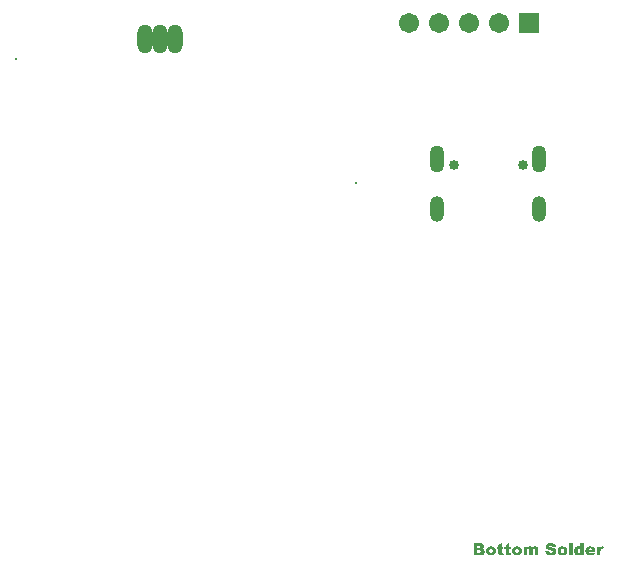
<source format=gbs>
G04*
G04 #@! TF.GenerationSoftware,Altium Limited,Altium Designer,24.3.1 (35)*
G04*
G04 Layer_Color=16711935*
%FSLAX44Y44*%
%MOMM*%
G71*
G04*
G04 #@! TF.SameCoordinates,098D5FB4-7C3B-420D-97F8-BA0D52642CD7*
G04*
G04*
G04 #@! TF.FilePolarity,Negative*
G04*
G01*
G75*
%ADD47C,0.8532*%
%ADD48O,1.2532X2.3032*%
%ADD49O,1.2032X2.2032*%
%ADD50R,1.7032X1.7032*%
%ADD51C,1.7032*%
%ADD52O,1.3112X2.4632*%
%ADD53C,0.2032*%
G36*
X496306Y-256997D02*
X496472Y-257011D01*
X496652Y-257025D01*
X496860Y-257039D01*
X497082Y-257080D01*
X497568Y-257164D01*
X498053Y-257288D01*
X498289Y-257372D01*
X498525Y-257469D01*
X498746Y-257593D01*
X498941Y-257718D01*
X498954Y-257732D01*
X498982Y-257746D01*
X499038Y-257801D01*
X499107Y-257857D01*
X499190Y-257926D01*
X499273Y-258023D01*
X499370Y-258148D01*
X499481Y-258273D01*
X499579Y-258426D01*
X499689Y-258592D01*
X499786Y-258786D01*
X499884Y-258994D01*
X499981Y-259216D01*
X500050Y-259452D01*
X500119Y-259715D01*
X500161Y-260007D01*
X497207Y-260173D01*
Y-260159D01*
Y-260145D01*
X497179Y-260062D01*
X497151Y-259937D01*
X497096Y-259799D01*
X497027Y-259632D01*
X496944Y-259466D01*
X496833Y-259313D01*
X496708Y-259188D01*
X496694Y-259174D01*
X496638Y-259133D01*
X496555Y-259091D01*
X496444Y-259022D01*
X496292Y-258966D01*
X496111Y-258925D01*
X495903Y-258883D01*
X495668Y-258869D01*
X495584D01*
X495487Y-258883D01*
X495363Y-258897D01*
X495224Y-258925D01*
X495099Y-258966D01*
X494960Y-259022D01*
X494849Y-259105D01*
X494836Y-259119D01*
X494808Y-259147D01*
X494766Y-259202D01*
X494725Y-259258D01*
X494669Y-259341D01*
X494627Y-259438D01*
X494600Y-259549D01*
X494586Y-259674D01*
Y-259688D01*
Y-259715D01*
X494600Y-259757D01*
X494614Y-259812D01*
X494641Y-259882D01*
X494683Y-259951D01*
X494738Y-260034D01*
X494808Y-260104D01*
X494822Y-260117D01*
X494849Y-260131D01*
X494919Y-260173D01*
X495016Y-260228D01*
X495154Y-260284D01*
X495335Y-260339D01*
X495570Y-260409D01*
X495695Y-260450D01*
X495848Y-260478D01*
X495876D01*
X495945Y-260492D01*
X496042Y-260520D01*
X496181Y-260547D01*
X496347Y-260589D01*
X496541Y-260644D01*
X496763Y-260700D01*
X496985Y-260755D01*
X497471Y-260894D01*
X497956Y-261047D01*
X498192Y-261130D01*
X498414Y-261213D01*
X498608Y-261296D01*
X498788Y-261380D01*
X498802D01*
X498830Y-261393D01*
X498871Y-261421D01*
X498927Y-261463D01*
X499093Y-261560D01*
X499287Y-261685D01*
X499495Y-261851D01*
X499703Y-262045D01*
X499911Y-262253D01*
X500078Y-262503D01*
Y-262517D01*
X500092Y-262531D01*
X500119Y-262572D01*
X500147Y-262614D01*
X500216Y-262752D01*
X500286Y-262933D01*
X500369Y-263155D01*
X500424Y-263404D01*
X500480Y-263682D01*
X500494Y-263987D01*
Y-264001D01*
Y-264028D01*
Y-264084D01*
X500480Y-264153D01*
Y-264236D01*
X500466Y-264347D01*
X500424Y-264583D01*
X500369Y-264860D01*
X500272Y-265166D01*
X500133Y-265471D01*
X499953Y-265790D01*
Y-265804D01*
X499925Y-265831D01*
X499897Y-265873D01*
X499856Y-265928D01*
X499731Y-266067D01*
X499565Y-266247D01*
X499343Y-266455D01*
X499093Y-266663D01*
X498788Y-266857D01*
X498441Y-267038D01*
X498427D01*
X498400Y-267052D01*
X498344Y-267079D01*
X498261Y-267107D01*
X498178Y-267135D01*
X498053Y-267163D01*
X497928Y-267204D01*
X497776Y-267246D01*
X497609Y-267288D01*
X497415Y-267315D01*
X497221Y-267357D01*
X496999Y-267384D01*
X496777Y-267412D01*
X496527Y-267440D01*
X496001Y-267454D01*
X495751D01*
X495584Y-267440D01*
X495376Y-267426D01*
X495127Y-267398D01*
X494863Y-267371D01*
X494586Y-267329D01*
X494295Y-267274D01*
X493989Y-267218D01*
X493698Y-267135D01*
X493407Y-267038D01*
X493130Y-266927D01*
X492866Y-266788D01*
X492630Y-266636D01*
X492422Y-266469D01*
X492408Y-266455D01*
X492381Y-266428D01*
X492325Y-266372D01*
X492270Y-266289D01*
X492187Y-266192D01*
X492103Y-266067D01*
X492006Y-265928D01*
X491909Y-265776D01*
X491812Y-265595D01*
X491715Y-265415D01*
X491632Y-265207D01*
X491535Y-264971D01*
X491465Y-264736D01*
X491396Y-264486D01*
X491341Y-264209D01*
X491313Y-263931D01*
X494295Y-263737D01*
Y-263751D01*
Y-263765D01*
X494309Y-263806D01*
Y-263862D01*
X494336Y-263987D01*
X494378Y-264153D01*
X494433Y-264333D01*
X494489Y-264514D01*
X494586Y-264694D01*
X494683Y-264847D01*
X494711Y-264874D01*
X494780Y-264944D01*
X494877Y-265041D01*
X495043Y-265152D01*
X495238Y-265263D01*
X495474Y-265360D01*
X495737Y-265429D01*
X495890Y-265443D01*
X496056Y-265457D01*
X496167D01*
X496292Y-265443D01*
X496430Y-265415D01*
X496597Y-265387D01*
X496777Y-265332D01*
X496930Y-265249D01*
X497082Y-265152D01*
X497096Y-265138D01*
X497138Y-265096D01*
X497207Y-265027D01*
X497276Y-264944D01*
X497332Y-264833D01*
X497401Y-264708D01*
X497443Y-264569D01*
X497457Y-264417D01*
Y-264403D01*
Y-264347D01*
X497443Y-264278D01*
X497415Y-264181D01*
X497373Y-264070D01*
X497304Y-263959D01*
X497221Y-263834D01*
X497110Y-263723D01*
X497096Y-263709D01*
X497041Y-263668D01*
X496930Y-263612D01*
X496860Y-263571D01*
X496777Y-263529D01*
X496680Y-263487D01*
X496569Y-263432D01*
X496430Y-263390D01*
X496292Y-263335D01*
X496125Y-263279D01*
X495931Y-263238D01*
X495723Y-263182D01*
X495501Y-263127D01*
X495474D01*
X495418Y-263099D01*
X495307Y-263085D01*
X495168Y-263044D01*
X495002Y-263002D01*
X494808Y-262947D01*
X494586Y-262877D01*
X494364Y-262808D01*
X493879Y-262628D01*
X493393Y-262420D01*
X493157Y-262309D01*
X492949Y-262184D01*
X492741Y-262045D01*
X492561Y-261907D01*
X492547Y-261893D01*
X492519Y-261865D01*
X492478Y-261823D01*
X492422Y-261768D01*
X492353Y-261698D01*
X492284Y-261601D01*
X492201Y-261490D01*
X492131Y-261380D01*
X492048Y-261241D01*
X491965Y-261088D01*
X491826Y-260755D01*
X491771Y-260575D01*
X491729Y-260381D01*
X491701Y-260173D01*
X491687Y-259951D01*
Y-259937D01*
Y-259909D01*
Y-259868D01*
X491701Y-259812D01*
X491715Y-259674D01*
X491743Y-259480D01*
X491798Y-259244D01*
X491881Y-259008D01*
X491979Y-258745D01*
X492131Y-258481D01*
Y-258467D01*
X492159Y-258453D01*
X492214Y-258370D01*
X492325Y-258245D01*
X492478Y-258079D01*
X492658Y-257912D01*
X492894Y-257732D01*
X493171Y-257552D01*
X493490Y-257385D01*
X493504D01*
X493532Y-257372D01*
X493587Y-257344D01*
X493657Y-257316D01*
X493754Y-257288D01*
X493865Y-257261D01*
X493989Y-257219D01*
X494142Y-257177D01*
X494309Y-257150D01*
X494503Y-257108D01*
X494711Y-257080D01*
X494933Y-257039D01*
X495168Y-257025D01*
X495432Y-256997D01*
X495695Y-256983D01*
X496167D01*
X496306Y-256997D01*
D02*
G37*
G36*
X523779Y-267288D02*
X521130D01*
Y-266220D01*
X521102Y-266234D01*
X521033Y-266317D01*
X520936Y-266441D01*
X520797Y-266580D01*
X520645Y-266733D01*
X520478Y-266885D01*
X520312Y-267024D01*
X520131Y-267135D01*
X520104Y-267149D01*
X520020Y-267190D01*
X519896Y-267232D01*
X519729Y-267288D01*
X519535Y-267357D01*
X519299Y-267398D01*
X519050Y-267440D01*
X518772Y-267454D01*
X518703D01*
X518634Y-267440D01*
X518523D01*
X518398Y-267412D01*
X518259Y-267398D01*
X518093Y-267357D01*
X517926Y-267315D01*
X517746Y-267246D01*
X517552Y-267176D01*
X517372Y-267079D01*
X517178Y-266968D01*
X516983Y-266844D01*
X516803Y-266691D01*
X516637Y-266511D01*
X516484Y-266317D01*
X516470Y-266303D01*
X516456Y-266261D01*
X516415Y-266206D01*
X516359Y-266109D01*
X516304Y-265998D01*
X516235Y-265873D01*
X516165Y-265720D01*
X516096Y-265540D01*
X516013Y-265346D01*
X515943Y-265138D01*
X515874Y-264916D01*
X515818Y-264666D01*
X515763Y-264417D01*
X515721Y-264139D01*
X515708Y-263848D01*
X515694Y-263557D01*
Y-263529D01*
Y-263474D01*
Y-263377D01*
X515708Y-263252D01*
X515721Y-263099D01*
X515735Y-262933D01*
X515763Y-262725D01*
X515804Y-262517D01*
X515902Y-262073D01*
X515985Y-261837D01*
X516068Y-261601D01*
X516165Y-261380D01*
X516276Y-261158D01*
X516415Y-260950D01*
X516567Y-260755D01*
X516581Y-260742D01*
X516609Y-260714D01*
X516651Y-260672D01*
X516720Y-260603D01*
X516817Y-260534D01*
X516914Y-260450D01*
X517039Y-260353D01*
X517178Y-260270D01*
X517330Y-260173D01*
X517496Y-260090D01*
X517677Y-260007D01*
X517871Y-259937D01*
X518079Y-259868D01*
X518301Y-259826D01*
X518537Y-259799D01*
X518786Y-259785D01*
X518897D01*
X519022Y-259799D01*
X519175Y-259812D01*
X519369Y-259840D01*
X519563Y-259882D01*
X519771Y-259937D01*
X519979Y-260007D01*
X520007Y-260020D01*
X520076Y-260048D01*
X520173Y-260104D01*
X520298Y-260173D01*
X520450Y-260270D01*
X520617Y-260381D01*
X520769Y-260520D01*
X520936Y-260672D01*
Y-257150D01*
X523779D01*
Y-267288D01*
D02*
G37*
G36*
X482923Y-259799D02*
X483020Y-259812D01*
X483131Y-259826D01*
X483408Y-259868D01*
X483699Y-259951D01*
X484004Y-260076D01*
X484157Y-260159D01*
X484309Y-260256D01*
X484448Y-260367D01*
X484573Y-260492D01*
X484587Y-260506D01*
X484601Y-260520D01*
X484628Y-260561D01*
X484684Y-260631D01*
X484725Y-260700D01*
X484781Y-260797D01*
X484850Y-260908D01*
X484906Y-261033D01*
X484975Y-261171D01*
X485031Y-261338D01*
X485086Y-261518D01*
X485141Y-261712D01*
X485183Y-261934D01*
X485211Y-262156D01*
X485225Y-262420D01*
X485239Y-262683D01*
Y-267288D01*
X482423D01*
Y-263099D01*
Y-263071D01*
Y-263016D01*
X482409Y-262933D01*
X482396Y-262822D01*
X482340Y-262572D01*
X482299Y-262461D01*
X482229Y-262364D01*
X482215Y-262350D01*
X482174Y-262309D01*
X482118Y-262239D01*
X482035Y-262170D01*
X481924Y-262101D01*
X481813Y-262031D01*
X481674Y-261990D01*
X481522Y-261976D01*
X481439D01*
X481342Y-261990D01*
X481231Y-262017D01*
X481106Y-262059D01*
X480967Y-262128D01*
X480842Y-262212D01*
X480718Y-262336D01*
X480704Y-262350D01*
X480676Y-262406D01*
X480620Y-262489D01*
X480579Y-262614D01*
X480523Y-262780D01*
X480468Y-262974D01*
X480440Y-263224D01*
X480426Y-263501D01*
Y-267288D01*
X477611D01*
Y-263252D01*
Y-263224D01*
Y-263169D01*
Y-263085D01*
Y-262988D01*
X477583Y-262766D01*
X477569Y-262669D01*
X477556Y-262600D01*
Y-262586D01*
X477542Y-262558D01*
X477514Y-262503D01*
X477486Y-262433D01*
X477375Y-262295D01*
X477237Y-262156D01*
X477223Y-262142D01*
X477195Y-262128D01*
X477153Y-262101D01*
X477084Y-262059D01*
X476931Y-262004D01*
X476834Y-261990D01*
X476723Y-261976D01*
X476640D01*
X476557Y-261990D01*
X476446Y-262017D01*
X476307Y-262073D01*
X476183Y-262128D01*
X476044Y-262225D01*
X475919Y-262350D01*
X475905Y-262364D01*
X475877Y-262420D01*
X475822Y-262503D01*
X475766Y-262642D01*
X475711Y-262808D01*
X475656Y-263016D01*
X475628Y-263266D01*
X475614Y-263557D01*
Y-267288D01*
X472799D01*
Y-259951D01*
X475420D01*
Y-261019D01*
X475448Y-261005D01*
X475517Y-260922D01*
X475628Y-260797D01*
X475766Y-260658D01*
X475947Y-260506D01*
X476141Y-260339D01*
X476335Y-260201D01*
X476557Y-260076D01*
X476585Y-260062D01*
X476668Y-260034D01*
X476779Y-259979D01*
X476945Y-259923D01*
X477153Y-259882D01*
X477389Y-259826D01*
X477666Y-259799D01*
X477958Y-259785D01*
X478096D01*
X478263Y-259799D01*
X478457Y-259826D01*
X478679Y-259868D01*
X478915Y-259923D01*
X479137Y-259993D01*
X479344Y-260104D01*
X479372Y-260117D01*
X479428Y-260159D01*
X479525Y-260228D01*
X479636Y-260339D01*
X479774Y-260464D01*
X479913Y-260631D01*
X480052Y-260811D01*
X480177Y-261033D01*
X480191Y-261019D01*
X480204Y-261005D01*
X480288Y-260922D01*
X480412Y-260797D01*
X480579Y-260644D01*
X480759Y-260478D01*
X480967Y-260312D01*
X481175Y-260159D01*
X481383Y-260048D01*
X481411Y-260034D01*
X481480Y-260007D01*
X481591Y-259965D01*
X481758Y-259909D01*
X481952Y-259868D01*
X482174Y-259826D01*
X482437Y-259799D01*
X482728Y-259785D01*
X482839D01*
X482923Y-259799D01*
D02*
G37*
G36*
X539603D02*
X539769Y-259826D01*
X539977Y-259882D01*
X540213Y-259951D01*
X540462Y-260048D01*
X540740Y-260173D01*
X539866Y-262184D01*
X539838Y-262170D01*
X539783Y-262156D01*
X539700Y-262115D01*
X539575Y-262073D01*
X539325Y-262004D01*
X539201Y-261990D01*
X539076Y-261976D01*
X538979D01*
X538881Y-262004D01*
X538757Y-262031D01*
X538618Y-262087D01*
X538479Y-262170D01*
X538341Y-262281D01*
X538216Y-262433D01*
Y-262447D01*
X538202Y-262461D01*
X538174Y-262503D01*
X538147Y-262558D01*
X538119Y-262642D01*
X538077Y-262725D01*
X538036Y-262850D01*
X538008Y-262974D01*
X537966Y-263127D01*
X537925Y-263307D01*
X537883Y-263501D01*
X537855Y-263723D01*
X537828Y-263959D01*
X537800Y-264223D01*
X537786Y-264514D01*
Y-264833D01*
Y-267288D01*
X534957D01*
Y-259951D01*
X537592D01*
Y-261144D01*
X537606Y-261130D01*
X537633Y-261088D01*
X537661Y-261033D01*
X537730Y-260894D01*
X537828Y-260728D01*
X537952Y-260561D01*
X538077Y-260381D01*
X538216Y-260215D01*
X538368Y-260090D01*
X538382Y-260076D01*
X538438Y-260048D01*
X538521Y-259993D01*
X538646Y-259937D01*
X538784Y-259882D01*
X538965Y-259826D01*
X539159Y-259799D01*
X539367Y-259785D01*
X539478D01*
X539603Y-259799D01*
D02*
G37*
G36*
X514237Y-267288D02*
X511422D01*
Y-257150D01*
X514237D01*
Y-267288D01*
D02*
G37*
G36*
X436602Y-257164D02*
X436727Y-257177D01*
X436866Y-257191D01*
X437032Y-257205D01*
X437198Y-257247D01*
X437559Y-257330D01*
X437934Y-257455D01*
X438114Y-257538D01*
X438294Y-257635D01*
X438461Y-257760D01*
X438613Y-257885D01*
X438627Y-257899D01*
X438641Y-257912D01*
X438682Y-257954D01*
X438738Y-258009D01*
X438793Y-258079D01*
X438863Y-258176D01*
X439015Y-258384D01*
X439154Y-258647D01*
X439279Y-258953D01*
X439334Y-259119D01*
X439376Y-259299D01*
X439390Y-259493D01*
X439403Y-259688D01*
Y-259701D01*
Y-259729D01*
Y-259771D01*
X439390Y-259840D01*
Y-259909D01*
X439376Y-260007D01*
X439334Y-260215D01*
X439265Y-260450D01*
X439168Y-260714D01*
X439029Y-260977D01*
X438835Y-261227D01*
X438821Y-261241D01*
X438766Y-261296D01*
X438682Y-261380D01*
X438558Y-261477D01*
X438405Y-261588D01*
X438225Y-261698D01*
X438003Y-261809D01*
X437753Y-261907D01*
X437767D01*
X437795Y-261920D01*
X437850Y-261934D01*
X437934Y-261962D01*
X438017Y-261990D01*
X438128Y-262017D01*
X438363Y-262115D01*
X438613Y-262239D01*
X438876Y-262392D01*
X439126Y-262586D01*
X439348Y-262808D01*
Y-262822D01*
X439376Y-262836D01*
X439403Y-262877D01*
X439431Y-262919D01*
X439515Y-263058D01*
X439612Y-263252D01*
X439709Y-263487D01*
X439792Y-263751D01*
X439847Y-264070D01*
X439875Y-264417D01*
Y-264431D01*
Y-264444D01*
Y-264486D01*
Y-264541D01*
X439861Y-264694D01*
X439833Y-264888D01*
X439778Y-265096D01*
X439723Y-265346D01*
X439625Y-265582D01*
X439501Y-265831D01*
X439487Y-265859D01*
X439431Y-265928D01*
X439348Y-266053D01*
X439237Y-266192D01*
X439098Y-266344D01*
X438932Y-266511D01*
X438724Y-266677D01*
X438502Y-266830D01*
X438488Y-266844D01*
X438433Y-266871D01*
X438336Y-266899D01*
X438197Y-266955D01*
X438031Y-267010D01*
X437836Y-267066D01*
X437587Y-267121D01*
X437309Y-267163D01*
X437268D01*
X437212Y-267176D01*
X437143D01*
X437060Y-267190D01*
X436963Y-267204D01*
X436741Y-267218D01*
X436505Y-267246D01*
X436269Y-267274D01*
X436075Y-267288D01*
X430500D01*
Y-257150D01*
X436505D01*
X436602Y-257164D01*
D02*
G37*
G36*
X529548Y-259799D02*
X529673D01*
X529826Y-259812D01*
X530006Y-259826D01*
X530186Y-259840D01*
X530574Y-259909D01*
X530990Y-259993D01*
X531393Y-260104D01*
X531587Y-260187D01*
X531767Y-260270D01*
X531781D01*
X531809Y-260298D01*
X531850Y-260326D01*
X531920Y-260353D01*
X532086Y-260464D01*
X532280Y-260617D01*
X532502Y-260811D01*
X532738Y-261047D01*
X532960Y-261338D01*
X533154Y-261657D01*
Y-261671D01*
X533182Y-261698D01*
X533195Y-261754D01*
X533237Y-261823D01*
X533265Y-261907D01*
X533307Y-262017D01*
X533348Y-262142D01*
X533404Y-262295D01*
X533445Y-262447D01*
X533487Y-262628D01*
X533528Y-262822D01*
X533570Y-263030D01*
X533598Y-263252D01*
X533625Y-263501D01*
X533639Y-263751D01*
Y-264014D01*
Y-264320D01*
X527995D01*
Y-264333D01*
Y-264347D01*
X528009Y-264431D01*
X528036Y-264555D01*
X528064Y-264694D01*
X528120Y-264860D01*
X528175Y-265027D01*
X528258Y-265193D01*
X528355Y-265332D01*
X528369Y-265346D01*
X528425Y-265401D01*
X528522Y-265485D01*
X528647Y-265568D01*
X528799Y-265651D01*
X528979Y-265734D01*
X529188Y-265790D01*
X529423Y-265804D01*
X529493D01*
X529576Y-265790D01*
X529673Y-265776D01*
X529798Y-265762D01*
X529936Y-265720D01*
X530075Y-265679D01*
X530214Y-265609D01*
X530228Y-265595D01*
X530255Y-265582D01*
X530297Y-265554D01*
X530366Y-265498D01*
X530436Y-265429D01*
X530519Y-265346D01*
X530616Y-265249D01*
X530713Y-265138D01*
X533487Y-265387D01*
X533473Y-265401D01*
X533459Y-265429D01*
X533417Y-265498D01*
X533376Y-265568D01*
X533307Y-265665D01*
X533237Y-265762D01*
X533057Y-265998D01*
X532835Y-266261D01*
X532571Y-266525D01*
X532266Y-266774D01*
X532114Y-266885D01*
X531947Y-266982D01*
X531934D01*
X531906Y-266996D01*
X531850Y-267024D01*
X531781Y-267052D01*
X531684Y-267093D01*
X531573Y-267135D01*
X531434Y-267176D01*
X531282Y-267218D01*
X531115Y-267260D01*
X530921Y-267301D01*
X530713Y-267343D01*
X530477Y-267384D01*
X530228Y-267412D01*
X529964Y-267440D01*
X529673Y-267454D01*
X529132D01*
X529007Y-267440D01*
X528869Y-267426D01*
X528702D01*
X528536Y-267398D01*
X528161Y-267357D01*
X527787Y-267288D01*
X527412Y-267190D01*
X527232Y-267121D01*
X527066Y-267052D01*
X527052D01*
X527024Y-267038D01*
X526982Y-267010D01*
X526927Y-266968D01*
X526774Y-266871D01*
X526580Y-266733D01*
X526358Y-266552D01*
X526137Y-266331D01*
X525901Y-266053D01*
X525679Y-265748D01*
Y-265734D01*
X525651Y-265707D01*
X525623Y-265651D01*
X525596Y-265582D01*
X525554Y-265498D01*
X525512Y-265401D01*
X525457Y-265277D01*
X525415Y-265152D01*
X525360Y-264999D01*
X525304Y-264833D01*
X525221Y-264472D01*
X525166Y-264070D01*
X525138Y-263640D01*
Y-263626D01*
Y-263557D01*
X525152Y-263474D01*
Y-263349D01*
X525166Y-263210D01*
X525193Y-263044D01*
X525235Y-262850D01*
X525277Y-262642D01*
X525332Y-262433D01*
X525401Y-262198D01*
X525499Y-261976D01*
X525596Y-261740D01*
X525720Y-261504D01*
X525873Y-261282D01*
X526039Y-261061D01*
X526234Y-260853D01*
X526247Y-260839D01*
X526289Y-260811D01*
X526344Y-260755D01*
X526442Y-260686D01*
X526553Y-260603D01*
X526677Y-260520D01*
X526844Y-260423D01*
X527024Y-260312D01*
X527232Y-260215D01*
X527454Y-260117D01*
X527718Y-260034D01*
X527981Y-259951D01*
X528272Y-259882D01*
X528591Y-259826D01*
X528924Y-259799D01*
X529285Y-259785D01*
X529437D01*
X529548Y-259799D01*
D02*
G37*
G36*
X505944D02*
X506097D01*
X506277Y-259826D01*
X506499Y-259854D01*
X506721Y-259896D01*
X506984Y-259951D01*
X507248Y-260020D01*
X507511Y-260104D01*
X507789Y-260201D01*
X508066Y-260326D01*
X508343Y-260478D01*
X508593Y-260644D01*
X508843Y-260853D01*
X509064Y-261074D01*
X509078Y-261088D01*
X509106Y-261116D01*
X509148Y-261185D01*
X509203Y-261255D01*
X509272Y-261352D01*
X509356Y-261477D01*
X509439Y-261615D01*
X509522Y-261768D01*
X509605Y-261948D01*
X509689Y-262142D01*
X509772Y-262350D01*
X509841Y-262572D01*
X509897Y-262808D01*
X509938Y-263058D01*
X509966Y-263321D01*
X509980Y-263598D01*
Y-263612D01*
Y-263668D01*
X509966Y-263765D01*
Y-263876D01*
X509952Y-264028D01*
X509924Y-264195D01*
X509883Y-264389D01*
X509841Y-264583D01*
X509772Y-264805D01*
X509702Y-265027D01*
X509605Y-265263D01*
X509494Y-265498D01*
X509370Y-265720D01*
X509217Y-265956D01*
X509037Y-266178D01*
X508843Y-266386D01*
X508829Y-266400D01*
X508787Y-266428D01*
X508732Y-266483D01*
X508635Y-266552D01*
X508524Y-266636D01*
X508385Y-266719D01*
X508218Y-266816D01*
X508038Y-266913D01*
X507830Y-267024D01*
X507594Y-267121D01*
X507331Y-267204D01*
X507054Y-267288D01*
X506762Y-267357D01*
X506443Y-267412D01*
X506097Y-267440D01*
X505736Y-267454D01*
X505570D01*
X505445Y-267440D01*
X505292Y-267426D01*
X505112Y-267412D01*
X504918Y-267384D01*
X504710Y-267343D01*
X504252Y-267232D01*
X504016Y-267163D01*
X503781Y-267079D01*
X503531Y-266982D01*
X503309Y-266857D01*
X503073Y-266719D01*
X502865Y-266566D01*
X502851Y-266552D01*
X502810Y-266511D01*
X502741Y-266455D01*
X502657Y-266358D01*
X502560Y-266247D01*
X502449Y-266122D01*
X502324Y-265956D01*
X502200Y-265790D01*
X502075Y-265582D01*
X501950Y-265360D01*
X501839Y-265124D01*
X501742Y-264860D01*
X501659Y-264583D01*
X501589Y-264292D01*
X501548Y-263973D01*
X501534Y-263640D01*
Y-263626D01*
Y-263571D01*
X501548Y-263474D01*
Y-263363D01*
X501576Y-263224D01*
X501589Y-263058D01*
X501631Y-262863D01*
X501673Y-262669D01*
X501728Y-262447D01*
X501811Y-262225D01*
X501894Y-262004D01*
X502006Y-261768D01*
X502130Y-261532D01*
X502283Y-261310D01*
X502463Y-261088D01*
X502657Y-260880D01*
X502671Y-260866D01*
X502713Y-260839D01*
X502782Y-260783D01*
X502865Y-260714D01*
X502976Y-260631D01*
X503115Y-260534D01*
X503281Y-260436D01*
X503475Y-260326D01*
X503684Y-260228D01*
X503905Y-260131D01*
X504169Y-260034D01*
X504432Y-259951D01*
X504738Y-259882D01*
X505043Y-259826D01*
X505376Y-259799D01*
X505736Y-259785D01*
X505833D01*
X505944Y-259799D01*
D02*
G37*
G36*
X467390D02*
X467542D01*
X467723Y-259826D01*
X467945Y-259854D01*
X468167Y-259896D01*
X468430Y-259951D01*
X468694Y-260020D01*
X468957Y-260104D01*
X469234Y-260201D01*
X469512Y-260326D01*
X469789Y-260478D01*
X470039Y-260644D01*
X470288Y-260853D01*
X470510Y-261074D01*
X470524Y-261088D01*
X470552Y-261116D01*
X470593Y-261185D01*
X470649Y-261255D01*
X470718Y-261352D01*
X470802Y-261477D01*
X470885Y-261615D01*
X470968Y-261768D01*
X471051Y-261948D01*
X471134Y-262142D01*
X471218Y-262350D01*
X471287Y-262572D01*
X471342Y-262808D01*
X471384Y-263058D01*
X471412Y-263321D01*
X471426Y-263598D01*
Y-263612D01*
Y-263668D01*
X471412Y-263765D01*
Y-263876D01*
X471398Y-264028D01*
X471370Y-264195D01*
X471329Y-264389D01*
X471287Y-264583D01*
X471218Y-264805D01*
X471148Y-265027D01*
X471051Y-265263D01*
X470940Y-265498D01*
X470815Y-265720D01*
X470663Y-265956D01*
X470483Y-266178D01*
X470288Y-266386D01*
X470275Y-266400D01*
X470233Y-266428D01*
X470177Y-266483D01*
X470080Y-266552D01*
X469969Y-266636D01*
X469831Y-266719D01*
X469664Y-266816D01*
X469484Y-266913D01*
X469276Y-267024D01*
X469040Y-267121D01*
X468777Y-267204D01*
X468499Y-267288D01*
X468208Y-267357D01*
X467889Y-267412D01*
X467542Y-267440D01*
X467182Y-267454D01*
X467015D01*
X466891Y-267440D01*
X466738Y-267426D01*
X466558Y-267412D01*
X466364Y-267384D01*
X466156Y-267343D01*
X465698Y-267232D01*
X465462Y-267163D01*
X465227Y-267079D01*
X464977Y-266982D01*
X464755Y-266857D01*
X464519Y-266719D01*
X464311Y-266566D01*
X464297Y-266552D01*
X464256Y-266511D01*
X464186Y-266455D01*
X464103Y-266358D01*
X464006Y-266247D01*
X463895Y-266122D01*
X463770Y-265956D01*
X463646Y-265790D01*
X463521Y-265582D01*
X463396Y-265360D01*
X463285Y-265124D01*
X463188Y-264860D01*
X463105Y-264583D01*
X463035Y-264292D01*
X462994Y-263973D01*
X462980Y-263640D01*
Y-263626D01*
Y-263571D01*
X462994Y-263474D01*
Y-263363D01*
X463021Y-263224D01*
X463035Y-263058D01*
X463077Y-262863D01*
X463119Y-262669D01*
X463174Y-262447D01*
X463257Y-262225D01*
X463340Y-262004D01*
X463451Y-261768D01*
X463576Y-261532D01*
X463729Y-261310D01*
X463909Y-261088D01*
X464103Y-260880D01*
X464117Y-260866D01*
X464159Y-260839D01*
X464228Y-260783D01*
X464311Y-260714D01*
X464422Y-260631D01*
X464561Y-260534D01*
X464727Y-260436D01*
X464921Y-260326D01*
X465129Y-260228D01*
X465351Y-260131D01*
X465615Y-260034D01*
X465878Y-259951D01*
X466183Y-259882D01*
X466488Y-259826D01*
X466821Y-259799D01*
X467182Y-259785D01*
X467279D01*
X467390Y-259799D01*
D02*
G37*
G36*
X460442Y-259951D02*
X461995D01*
Y-262017D01*
X460442D01*
Y-264611D01*
Y-264625D01*
Y-264680D01*
Y-264763D01*
X460456Y-264860D01*
X460484Y-265068D01*
X460497Y-265166D01*
X460525Y-265235D01*
X460539Y-265249D01*
X460553Y-265263D01*
X460594Y-265304D01*
X460636Y-265346D01*
X460705Y-265387D01*
X460789Y-265415D01*
X460886Y-265443D01*
X461011Y-265457D01*
X461066D01*
X461135Y-265443D01*
X461232Y-265429D01*
X461357Y-265415D01*
X461510Y-265387D01*
X461690Y-265346D01*
X461884Y-265290D01*
X462092Y-267232D01*
X462078D01*
X462051Y-267246D01*
X461995D01*
X461912Y-267260D01*
X461815Y-267288D01*
X461718Y-267301D01*
X461593Y-267315D01*
X461454Y-267343D01*
X461149Y-267384D01*
X460816Y-267412D01*
X460484Y-267440D01*
X460137Y-267454D01*
X459970D01*
X459887Y-267440D01*
X459776D01*
X459554Y-267426D01*
X459305Y-267384D01*
X459055Y-267343D01*
X458805Y-267274D01*
X458597Y-267190D01*
X458570Y-267176D01*
X458514Y-267135D01*
X458431Y-267079D01*
X458320Y-266996D01*
X458195Y-266871D01*
X458070Y-266733D01*
X457959Y-266580D01*
X457862Y-266386D01*
X457849Y-266358D01*
X457821Y-266275D01*
X457807Y-266220D01*
X457793Y-266150D01*
X457765Y-266053D01*
X457751Y-265956D01*
X457724Y-265831D01*
X457696Y-265707D01*
X457682Y-265554D01*
X457668Y-265401D01*
X457654Y-265221D01*
X457640Y-265027D01*
X457627Y-264819D01*
Y-264597D01*
Y-262017D01*
X456586D01*
Y-259951D01*
X457627D01*
Y-258606D01*
X460442Y-257150D01*
Y-259951D01*
D02*
G37*
G36*
X454160D02*
X455713D01*
Y-262017D01*
X454160D01*
Y-264611D01*
Y-264625D01*
Y-264680D01*
Y-264763D01*
X454173Y-264860D01*
X454201Y-265068D01*
X454215Y-265166D01*
X454243Y-265235D01*
X454257Y-265249D01*
X454270Y-265263D01*
X454312Y-265304D01*
X454354Y-265346D01*
X454423Y-265387D01*
X454506Y-265415D01*
X454603Y-265443D01*
X454728Y-265457D01*
X454784D01*
X454853Y-265443D01*
X454950Y-265429D01*
X455075Y-265415D01*
X455227Y-265387D01*
X455408Y-265346D01*
X455602Y-265290D01*
X455810Y-267232D01*
X455796D01*
X455768Y-267246D01*
X455713D01*
X455630Y-267260D01*
X455532Y-267288D01*
X455435Y-267301D01*
X455311Y-267315D01*
X455172Y-267343D01*
X454867Y-267384D01*
X454534Y-267412D01*
X454201Y-267440D01*
X453854Y-267454D01*
X453688D01*
X453605Y-267440D01*
X453494D01*
X453272Y-267426D01*
X453022Y-267384D01*
X452773Y-267343D01*
X452523Y-267274D01*
X452315Y-267190D01*
X452287Y-267176D01*
X452232Y-267135D01*
X452149Y-267079D01*
X452038Y-266996D01*
X451913Y-266871D01*
X451788Y-266733D01*
X451677Y-266580D01*
X451580Y-266386D01*
X451566Y-266358D01*
X451538Y-266275D01*
X451525Y-266220D01*
X451511Y-266150D01*
X451483Y-266053D01*
X451469Y-265956D01*
X451441Y-265831D01*
X451413Y-265707D01*
X451400Y-265554D01*
X451386Y-265401D01*
X451372Y-265221D01*
X451358Y-265027D01*
X451344Y-264819D01*
Y-264597D01*
Y-262017D01*
X450304D01*
Y-259951D01*
X451344D01*
Y-258606D01*
X454160Y-257150D01*
Y-259951D01*
D02*
G37*
G36*
X445381Y-259799D02*
X445533D01*
X445714Y-259826D01*
X445936Y-259854D01*
X446157Y-259896D01*
X446421Y-259951D01*
X446684Y-260020D01*
X446948Y-260104D01*
X447225Y-260201D01*
X447503Y-260326D01*
X447780Y-260478D01*
X448030Y-260644D01*
X448279Y-260853D01*
X448501Y-261074D01*
X448515Y-261088D01*
X448543Y-261116D01*
X448584Y-261185D01*
X448640Y-261255D01*
X448709Y-261352D01*
X448792Y-261477D01*
X448876Y-261615D01*
X448959Y-261768D01*
X449042Y-261948D01*
X449125Y-262142D01*
X449208Y-262350D01*
X449278Y-262572D01*
X449333Y-262808D01*
X449375Y-263058D01*
X449403Y-263321D01*
X449417Y-263598D01*
Y-263612D01*
Y-263668D01*
X449403Y-263765D01*
Y-263876D01*
X449389Y-264028D01*
X449361Y-264195D01*
X449319Y-264389D01*
X449278Y-264583D01*
X449208Y-264805D01*
X449139Y-265027D01*
X449042Y-265263D01*
X448931Y-265498D01*
X448806Y-265720D01*
X448654Y-265956D01*
X448473Y-266178D01*
X448279Y-266386D01*
X448265Y-266400D01*
X448224Y-266428D01*
X448168Y-266483D01*
X448071Y-266552D01*
X447960Y-266636D01*
X447822Y-266719D01*
X447655Y-266816D01*
X447475Y-266913D01*
X447267Y-267024D01*
X447031Y-267121D01*
X446768Y-267204D01*
X446490Y-267288D01*
X446199Y-267357D01*
X445880Y-267412D01*
X445533Y-267440D01*
X445173Y-267454D01*
X445006D01*
X444882Y-267440D01*
X444729Y-267426D01*
X444549Y-267412D01*
X444355Y-267384D01*
X444146Y-267343D01*
X443689Y-267232D01*
X443453Y-267163D01*
X443217Y-267079D01*
X442968Y-266982D01*
X442746Y-266857D01*
X442510Y-266719D01*
X442302Y-266566D01*
X442288Y-266552D01*
X442247Y-266511D01*
X442177Y-266455D01*
X442094Y-266358D01*
X441997Y-266247D01*
X441886Y-266122D01*
X441761Y-265956D01*
X441636Y-265790D01*
X441511Y-265582D01*
X441387Y-265360D01*
X441276Y-265124D01*
X441179Y-264860D01*
X441096Y-264583D01*
X441026Y-264292D01*
X440984Y-263973D01*
X440971Y-263640D01*
Y-263626D01*
Y-263571D01*
X440984Y-263474D01*
Y-263363D01*
X441012Y-263224D01*
X441026Y-263058D01*
X441068Y-262863D01*
X441109Y-262669D01*
X441165Y-262447D01*
X441248Y-262225D01*
X441331Y-262004D01*
X441442Y-261768D01*
X441567Y-261532D01*
X441720Y-261310D01*
X441900Y-261088D01*
X442094Y-260880D01*
X442108Y-260866D01*
X442150Y-260839D01*
X442219Y-260783D01*
X442302Y-260714D01*
X442413Y-260631D01*
X442552Y-260534D01*
X442718Y-260436D01*
X442912Y-260326D01*
X443120Y-260228D01*
X443342Y-260131D01*
X443606Y-260034D01*
X443869Y-259951D01*
X444174Y-259882D01*
X444479Y-259826D01*
X444812Y-259799D01*
X445173Y-259785D01*
X445270D01*
X445381Y-259799D01*
D02*
G37*
%LPC*%
G36*
X519660Y-261893D02*
X519577D01*
X519480Y-261920D01*
X519369Y-261948D01*
X519244Y-261990D01*
X519105Y-262073D01*
X518966Y-262170D01*
X518828Y-262309D01*
X518814Y-262323D01*
X518772Y-262392D01*
X518731Y-262489D01*
X518675Y-262628D01*
X518606Y-262822D01*
X518564Y-263058D01*
X518523Y-263335D01*
X518509Y-263668D01*
Y-263682D01*
Y-263709D01*
Y-263751D01*
Y-263806D01*
X518523Y-263973D01*
X518550Y-264167D01*
X518592Y-264375D01*
X518648Y-264597D01*
X518731Y-264791D01*
X518842Y-264971D01*
X518856Y-264985D01*
X518911Y-265041D01*
X518980Y-265096D01*
X519077Y-265180D01*
X519202Y-265249D01*
X519341Y-265318D01*
X519507Y-265374D01*
X519688Y-265387D01*
X519715D01*
X519785Y-265374D01*
X519882Y-265360D01*
X520007Y-265332D01*
X520145Y-265290D01*
X520298Y-265207D01*
X520450Y-265110D01*
X520589Y-264971D01*
X520603Y-264958D01*
X520645Y-264888D01*
X520700Y-264791D01*
X520769Y-264639D01*
X520839Y-264458D01*
X520894Y-264223D01*
X520936Y-263945D01*
X520950Y-263612D01*
Y-263598D01*
Y-263571D01*
Y-263529D01*
Y-263474D01*
X520936Y-263321D01*
X520908Y-263127D01*
X520853Y-262919D01*
X520797Y-262711D01*
X520700Y-262503D01*
X520575Y-262323D01*
X520561Y-262309D01*
X520506Y-262253D01*
X520437Y-262184D01*
X520326Y-262101D01*
X520187Y-262031D01*
X520034Y-261962D01*
X519854Y-261907D01*
X519660Y-261893D01*
D02*
G37*
G36*
X435049Y-259202D02*
X433662D01*
Y-261130D01*
X435146D01*
X435271Y-261116D01*
X435423Y-261102D01*
X435590Y-261074D01*
X435770Y-261019D01*
X435923Y-260963D01*
X436047Y-260880D01*
X436061Y-260866D01*
X436089Y-260839D01*
X436144Y-260769D01*
X436200Y-260700D01*
X436241Y-260589D01*
X436297Y-260464D01*
X436325Y-260312D01*
X436339Y-260145D01*
Y-260131D01*
Y-260076D01*
X436325Y-259993D01*
X436297Y-259896D01*
X436269Y-259785D01*
X436214Y-259660D01*
X436144Y-259549D01*
X436047Y-259452D01*
X436034Y-259438D01*
X435992Y-259410D01*
X435923Y-259369D01*
X435812Y-259327D01*
X435673Y-259285D01*
X435507Y-259244D01*
X435299Y-259216D01*
X435049Y-259202D01*
D02*
G37*
G36*
X435257Y-263058D02*
X433662D01*
Y-265110D01*
X435396D01*
X435534Y-265096D01*
X435714Y-265068D01*
X435895Y-265041D01*
X436089Y-264999D01*
X436269Y-264930D01*
X436408Y-264833D01*
X436422Y-264819D01*
X436463Y-264777D01*
X436519Y-264708D01*
X436574Y-264625D01*
X436630Y-264514D01*
X436685Y-264375D01*
X436727Y-264223D01*
X436741Y-264056D01*
Y-264042D01*
Y-263987D01*
X436727Y-263904D01*
X436699Y-263793D01*
X436658Y-263682D01*
X436602Y-263571D01*
X436519Y-263446D01*
X436408Y-263335D01*
X436394Y-263321D01*
X436339Y-263293D01*
X436255Y-263252D01*
X436144Y-263196D01*
X435978Y-263141D01*
X435784Y-263099D01*
X435548Y-263071D01*
X435257Y-263058D01*
D02*
G37*
G36*
X529396Y-261449D02*
X529368D01*
X529285Y-261463D01*
X529160Y-261477D01*
X529007Y-261518D01*
X528841Y-261574D01*
X528661Y-261671D01*
X528494Y-261809D01*
X528328Y-261990D01*
X528314Y-262004D01*
X528286Y-262045D01*
X528245Y-262128D01*
X528189Y-262239D01*
X528134Y-262378D01*
X528078Y-262544D01*
X528023Y-262739D01*
X527995Y-262974D01*
X530782D01*
Y-262960D01*
Y-262933D01*
X530769Y-262891D01*
Y-262836D01*
X530741Y-262697D01*
X530699Y-262517D01*
X530644Y-262336D01*
X530560Y-262142D01*
X530463Y-261962D01*
X530339Y-261809D01*
X530325Y-261796D01*
X530269Y-261754D01*
X530200Y-261698D01*
X530089Y-261629D01*
X529950Y-261560D01*
X529784Y-261504D01*
X529604Y-261463D01*
X529396Y-261449D01*
D02*
G37*
G36*
X505764Y-261726D02*
X505736D01*
X505667Y-261740D01*
X505556Y-261754D01*
X505403Y-261782D01*
X505251Y-261851D01*
X505084Y-261934D01*
X504904Y-262045D01*
X504751Y-262212D01*
X504738Y-262239D01*
X504696Y-262295D01*
X504627Y-262406D01*
X504557Y-262572D01*
X504474Y-262766D01*
X504419Y-263016D01*
X504363Y-263307D01*
X504349Y-263640D01*
Y-263654D01*
Y-263682D01*
Y-263737D01*
Y-263806D01*
X504363Y-263876D01*
X504377Y-263973D01*
X504405Y-264195D01*
X504446Y-264431D01*
X504516Y-264666D01*
X504613Y-264902D01*
X504738Y-265096D01*
X504751Y-265110D01*
X504807Y-265166D01*
X504904Y-265235D01*
X505015Y-265318D01*
X505168Y-265415D01*
X505334Y-265485D01*
X505528Y-265540D01*
X505750Y-265554D01*
X505778D01*
X505847Y-265540D01*
X505958Y-265526D01*
X506110Y-265498D01*
X506263Y-265443D01*
X506429Y-265360D01*
X506596Y-265249D01*
X506749Y-265096D01*
X506762Y-265068D01*
X506818Y-265013D01*
X506873Y-264902D01*
X506956Y-264736D01*
X507026Y-264528D01*
X507095Y-264278D01*
X507137Y-263973D01*
X507151Y-263612D01*
Y-263598D01*
Y-263571D01*
Y-263515D01*
Y-263460D01*
X507137Y-263293D01*
X507095Y-263085D01*
X507054Y-262850D01*
X506984Y-262614D01*
X506887Y-262392D01*
X506749Y-262198D01*
X506735Y-262184D01*
X506679Y-262128D01*
X506596Y-262045D01*
X506471Y-261962D01*
X506332Y-261879D01*
X506166Y-261796D01*
X505972Y-261740D01*
X505764Y-261726D01*
D02*
G37*
G36*
X467210D02*
X467182D01*
X467113Y-261740D01*
X467002Y-261754D01*
X466849Y-261782D01*
X466697Y-261851D01*
X466530Y-261934D01*
X466350Y-262045D01*
X466197Y-262212D01*
X466183Y-262239D01*
X466142Y-262295D01*
X466072Y-262406D01*
X466003Y-262572D01*
X465920Y-262766D01*
X465864Y-263016D01*
X465809Y-263307D01*
X465795Y-263640D01*
Y-263654D01*
Y-263682D01*
Y-263737D01*
Y-263806D01*
X465809Y-263876D01*
X465823Y-263973D01*
X465851Y-264195D01*
X465892Y-264431D01*
X465961Y-264666D01*
X466059Y-264902D01*
X466183Y-265096D01*
X466197Y-265110D01*
X466253Y-265166D01*
X466350Y-265235D01*
X466461Y-265318D01*
X466613Y-265415D01*
X466780Y-265485D01*
X466974Y-265540D01*
X467196Y-265554D01*
X467224D01*
X467293Y-265540D01*
X467404Y-265526D01*
X467556Y-265498D01*
X467709Y-265443D01*
X467875Y-265360D01*
X468042Y-265249D01*
X468194Y-265096D01*
X468208Y-265068D01*
X468264Y-265013D01*
X468319Y-264902D01*
X468402Y-264736D01*
X468472Y-264528D01*
X468541Y-264278D01*
X468583Y-263973D01*
X468596Y-263612D01*
Y-263598D01*
Y-263571D01*
Y-263515D01*
Y-263460D01*
X468583Y-263293D01*
X468541Y-263085D01*
X468499Y-262850D01*
X468430Y-262614D01*
X468333Y-262392D01*
X468194Y-262198D01*
X468180Y-262184D01*
X468125Y-262128D01*
X468042Y-262045D01*
X467917Y-261962D01*
X467778Y-261879D01*
X467612Y-261796D01*
X467418Y-261740D01*
X467210Y-261726D01*
D02*
G37*
G36*
X445201D02*
X445173D01*
X445103Y-261740D01*
X444992Y-261754D01*
X444840Y-261782D01*
X444687Y-261851D01*
X444521Y-261934D01*
X444341Y-262045D01*
X444188Y-262212D01*
X444174Y-262239D01*
X444133Y-262295D01*
X444063Y-262406D01*
X443994Y-262572D01*
X443911Y-262766D01*
X443855Y-263016D01*
X443800Y-263307D01*
X443786Y-263640D01*
Y-263654D01*
Y-263682D01*
Y-263737D01*
Y-263806D01*
X443800Y-263876D01*
X443814Y-263973D01*
X443841Y-264195D01*
X443883Y-264431D01*
X443952Y-264666D01*
X444049Y-264902D01*
X444174Y-265096D01*
X444188Y-265110D01*
X444244Y-265166D01*
X444341Y-265235D01*
X444452Y-265318D01*
X444604Y-265415D01*
X444771Y-265485D01*
X444965Y-265540D01*
X445187Y-265554D01*
X445214D01*
X445284Y-265540D01*
X445395Y-265526D01*
X445547Y-265498D01*
X445700Y-265443D01*
X445866Y-265360D01*
X446033Y-265249D01*
X446185Y-265096D01*
X446199Y-265068D01*
X446255Y-265013D01*
X446310Y-264902D01*
X446393Y-264736D01*
X446463Y-264528D01*
X446532Y-264278D01*
X446573Y-263973D01*
X446587Y-263612D01*
Y-263598D01*
Y-263571D01*
Y-263515D01*
Y-263460D01*
X446573Y-263293D01*
X446532Y-263085D01*
X446490Y-262850D01*
X446421Y-262614D01*
X446324Y-262392D01*
X446185Y-262198D01*
X446171Y-262184D01*
X446116Y-262128D01*
X446033Y-262045D01*
X445908Y-261962D01*
X445769Y-261879D01*
X445603Y-261796D01*
X445409Y-261740D01*
X445201Y-261726D01*
D02*
G37*
%LPD*%
D47*
X414100Y62800D02*
D03*
X471900D02*
D03*
D48*
X486200Y67800D02*
D03*
X399800D02*
D03*
D49*
X486200Y26000D02*
D03*
X399800D02*
D03*
D50*
X477800Y183000D02*
D03*
D51*
X452400D02*
D03*
X427000D02*
D03*
X401600D02*
D03*
X376200D02*
D03*
D52*
X152400Y170099D02*
D03*
X177800D02*
D03*
X165100D02*
D03*
D53*
X331000Y48000D02*
D03*
X43000Y153000D02*
D03*
M02*

</source>
